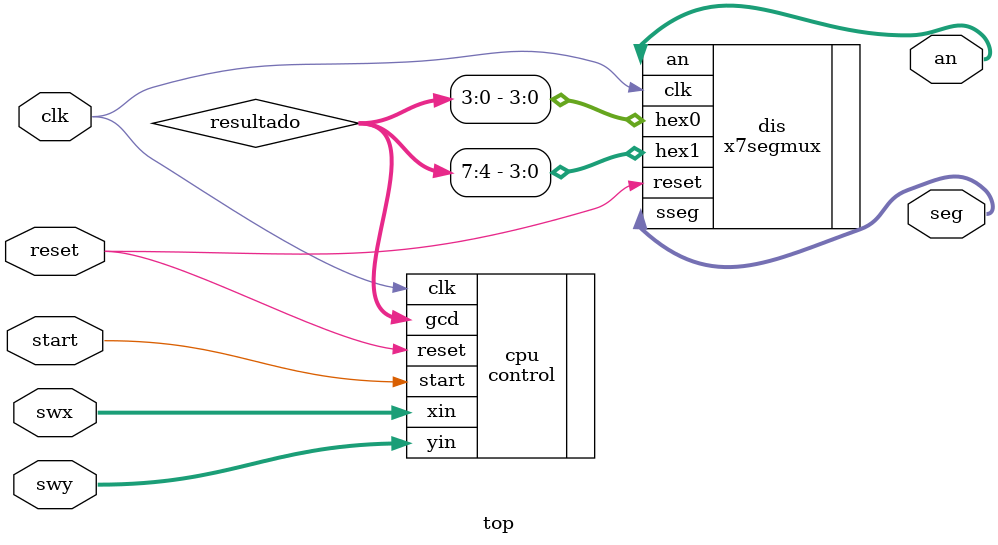
<source format=sv>
`timescale 1ns / 1ps


module top(
input  logic clk, reset, start,
    input  logic [7:0] swx, swy,
    output logic [6:0] seg,
    output logic [3:0] an
    );
    logic [7:0] resultado;
    
    control cpu (.clk(clk), .reset(reset), .start(start), .xin(swx), .yin(swy), .gcd(resultado));
  
    x7segmux dis (.clk(clk), .an(an), .reset(reset), .sseg(seg),  .hex1(resultado [7:4]), .hex0(resultado [3:0]));
    
endmodule

</source>
